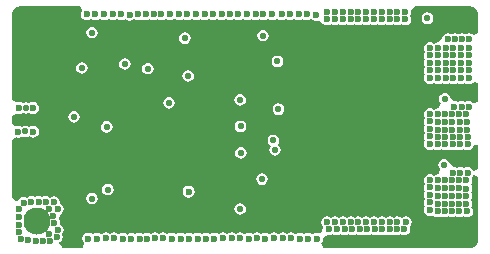
<source format=gbr>
%TF.GenerationSoftware,Altium Limited,Altium Designer,20.2.3 (150)*%
G04 Layer_Physical_Order=2*
G04 Layer_Color=36540*
%FSLAX26Y26*%
%MOIN*%
%TF.SameCoordinates,27716F98-0B22-40FE-96F5-AA6DB086EB47*%
%TF.FilePolarity,Positive*%
%TF.FileFunction,Copper,L2,Inr,Signal*%
%TF.Part,Single*%
G01*
G75*
%TA.AperFunction,ViaPad*%
%ADD37C,0.023622*%
%ADD38C,0.022000*%
%ADD39C,0.090551*%
G36*
X3458099Y2156698D02*
X3463151Y2154606D01*
X3467700Y2151566D01*
X3471566Y2147700D01*
X3474606Y2143151D01*
X3476698Y2138099D01*
X3477765Y2132735D01*
Y2067911D01*
X3464899Y2063234D01*
X3461765Y2062629D01*
X3455730Y2066662D01*
X3448000Y2068199D01*
X3440270Y2066662D01*
X3436000Y2063808D01*
X3431730Y2066662D01*
X3424000Y2068199D01*
X3416270Y2066662D01*
X3412000Y2063808D01*
X3407730Y2066662D01*
X3400000Y2068199D01*
X3392270Y2066662D01*
X3388000Y2063808D01*
X3383730Y2066662D01*
X3376000Y2068199D01*
X3368270Y2066662D01*
X3361717Y2062283D01*
X3357338Y2055730D01*
X3356360Y2050812D01*
X3355305Y2047589D01*
X3344592Y2038691D01*
X3342547Y2037910D01*
X3336270Y2036661D01*
X3332265Y2033986D01*
X3330425Y2033283D01*
X3323872Y2037661D01*
X3316142Y2039199D01*
X3308412Y2037661D01*
X3301859Y2033283D01*
X3297480Y2026730D01*
X3295943Y2019000D01*
X3297480Y2011270D01*
X3300597Y2006606D01*
X3297338Y2001730D01*
X3295801Y1994000D01*
X3297338Y1986270D01*
X3300597Y1981394D01*
X3297480Y1976730D01*
X3295943Y1969000D01*
X3297480Y1961270D01*
X3300597Y1956606D01*
X3297338Y1951730D01*
X3295801Y1944000D01*
X3297338Y1936270D01*
X3300597Y1931394D01*
X3297480Y1926730D01*
X3295943Y1919000D01*
X3297480Y1911270D01*
X3301859Y1904717D01*
X3308412Y1900339D01*
X3316142Y1898801D01*
X3323872Y1900339D01*
X3329474Y1904082D01*
X3329717Y1903717D01*
X3336270Y1899339D01*
X3344000Y1897801D01*
X3351730Y1899339D01*
X3357000Y1902860D01*
X3362270Y1899339D01*
X3370000Y1897801D01*
X3377730Y1899339D01*
X3382000Y1902192D01*
X3386270Y1899339D01*
X3394000Y1897801D01*
X3401730Y1899339D01*
X3407000Y1902860D01*
X3412270Y1899339D01*
X3420000Y1897801D01*
X3427730Y1899339D01*
X3433000Y1902860D01*
X3438270Y1899339D01*
X3446000Y1897801D01*
X3453730Y1899339D01*
X3460283Y1903717D01*
X3461765Y1905936D01*
X3477765Y1901082D01*
Y1838918D01*
X3461765Y1834064D01*
X3460283Y1836283D01*
X3453730Y1840661D01*
X3446000Y1842199D01*
X3438270Y1840661D01*
X3434000Y1837808D01*
X3429730Y1840661D01*
X3422000Y1842199D01*
X3414270Y1840661D01*
X3410000Y1837808D01*
X3405730Y1840661D01*
X3400053Y1841791D01*
X3398000Y1842199D01*
X3384471Y1854555D01*
X3384462Y1854578D01*
X3383898Y1857413D01*
X3379698Y1863698D01*
X3373413Y1867898D01*
X3366000Y1869372D01*
X3358587Y1867898D01*
X3352302Y1863698D01*
X3348102Y1857413D01*
X3346628Y1850000D01*
X3348102Y1842587D01*
X3352302Y1836302D01*
X3351592Y1832323D01*
X3347403Y1820332D01*
X3342000Y1818199D01*
X3334270Y1816661D01*
X3329819Y1813688D01*
X3323872Y1817661D01*
X3316142Y1819199D01*
X3308412Y1817661D01*
X3301859Y1813283D01*
X3297480Y1806730D01*
X3295943Y1799000D01*
X3297480Y1791270D01*
X3300597Y1786606D01*
X3297338Y1781730D01*
X3295801Y1774000D01*
X3297338Y1766270D01*
X3300597Y1761394D01*
X3297480Y1756730D01*
X3295943Y1749000D01*
X3297480Y1741270D01*
X3300597Y1736606D01*
X3297338Y1731730D01*
X3295801Y1724000D01*
X3297338Y1716270D01*
X3300597Y1711394D01*
X3297480Y1706730D01*
X3295943Y1699000D01*
X3297480Y1691270D01*
X3301859Y1684717D01*
X3308412Y1680339D01*
X3316142Y1678801D01*
X3323872Y1680339D01*
X3328323Y1683312D01*
X3334270Y1679339D01*
X3342000Y1677801D01*
X3349730Y1679339D01*
X3355000Y1682860D01*
X3360270Y1679339D01*
X3368000Y1677801D01*
X3375730Y1679339D01*
X3380000Y1682192D01*
X3384270Y1679339D01*
X3392000Y1677801D01*
X3399730Y1679339D01*
X3404000Y1682192D01*
X3408270Y1679339D01*
X3416000Y1677801D01*
X3423730Y1679339D01*
X3429000Y1682860D01*
X3434270Y1679339D01*
X3442000Y1677801D01*
X3449730Y1679339D01*
X3456283Y1683717D01*
X3460662Y1690270D01*
X3461765Y1695820D01*
X3477765Y1694244D01*
Y1614181D01*
X3461765Y1608594D01*
X3460662Y1609730D01*
X3458646Y1612747D01*
X3456283Y1616283D01*
X3449730Y1620661D01*
X3442000Y1622199D01*
X3434270Y1620661D01*
X3430000Y1617808D01*
X3425730Y1620661D01*
X3418000Y1622199D01*
X3410270Y1620661D01*
X3406000Y1617808D01*
X3401730Y1620661D01*
X3396413Y1621719D01*
X3392155Y1624186D01*
X3381733Y1635408D01*
X3381424Y1636963D01*
X3377225Y1643247D01*
X3370940Y1647447D01*
X3363526Y1648921D01*
X3356113Y1647447D01*
X3349828Y1643247D01*
X3345629Y1636963D01*
X3344154Y1629549D01*
X3345629Y1622136D01*
X3349828Y1615851D01*
X3345083Y1599779D01*
X3344690Y1599368D01*
X3342000Y1598199D01*
X3334270Y1596661D01*
X3329819Y1593688D01*
X3323872Y1597661D01*
X3316142Y1599199D01*
X3308412Y1597661D01*
X3301859Y1593283D01*
X3297480Y1586730D01*
X3295943Y1579000D01*
X3297480Y1571270D01*
X3300597Y1566606D01*
X3297338Y1561730D01*
X3295801Y1554000D01*
X3297338Y1546270D01*
X3300597Y1541394D01*
X3297480Y1536730D01*
X3295943Y1529000D01*
X3297480Y1521270D01*
X3300597Y1516606D01*
X3297338Y1511730D01*
X3295801Y1504000D01*
X3297338Y1496270D01*
X3300597Y1491394D01*
X3297480Y1486730D01*
X3295943Y1479000D01*
X3297480Y1471270D01*
X3301859Y1464717D01*
X3308412Y1460339D01*
X3316142Y1458801D01*
X3323872Y1460339D01*
X3326243Y1461923D01*
X3327717Y1459717D01*
X3334270Y1455339D01*
X3342000Y1453801D01*
X3349730Y1455339D01*
X3354000Y1458192D01*
X3358270Y1455339D01*
X3366000Y1453801D01*
X3373730Y1455339D01*
X3378000Y1458192D01*
X3382270Y1455339D01*
X3390000Y1453801D01*
X3397730Y1455339D01*
X3402000Y1458192D01*
X3406270Y1455339D01*
X3414000Y1453801D01*
X3421730Y1455339D01*
X3427000Y1458860D01*
X3432270Y1455339D01*
X3440000Y1453801D01*
X3447730Y1455339D01*
X3454283Y1459717D01*
X3458662Y1466270D01*
X3460199Y1474000D01*
X3458662Y1481730D01*
X3454283Y1488283D01*
X3454086Y1488415D01*
X3456662Y1492270D01*
X3458199Y1500000D01*
X3456662Y1507730D01*
X3453140Y1513000D01*
X3456662Y1518270D01*
X3458199Y1526000D01*
X3456662Y1533730D01*
X3453808Y1538000D01*
X3456662Y1542270D01*
X3458199Y1550000D01*
X3456662Y1557730D01*
X3452472Y1564000D01*
X3456662Y1570270D01*
X3458199Y1578000D01*
X3456662Y1585730D01*
X3456603Y1585818D01*
X3459315Y1591050D01*
X3461352Y1594980D01*
X3461790Y1595397D01*
X3477765Y1589819D01*
Y1377265D01*
X3476698Y1371901D01*
X3474606Y1366848D01*
X3471566Y1362300D01*
X3467700Y1358433D01*
X3463151Y1355394D01*
X3458099Y1353302D01*
X3452735Y1352235D01*
X3450000D01*
X2959911D01*
X2955234Y1365101D01*
X2954629Y1368235D01*
X2958662Y1374270D01*
X2960199Y1382000D01*
X2959703Y1384492D01*
X2969984Y1393365D01*
X2972757Y1395242D01*
X2980000Y1393801D01*
X2987730Y1395339D01*
X2993000Y1398860D01*
X2998270Y1395339D01*
X3006000Y1393801D01*
X3013730Y1395339D01*
X3019000Y1398860D01*
X3024270Y1395339D01*
X3032000Y1393801D01*
X3039730Y1395339D01*
X3045000Y1398860D01*
X3050270Y1395339D01*
X3058000Y1393801D01*
X3065730Y1395339D01*
X3071000Y1398860D01*
X3076270Y1395339D01*
X3084000Y1393801D01*
X3091730Y1395339D01*
X3096000Y1398192D01*
X3100270Y1395339D01*
X3108000Y1393801D01*
X3115730Y1395339D01*
X3121000Y1398860D01*
X3126270Y1395339D01*
X3134000Y1393801D01*
X3141730Y1395339D01*
X3146000Y1398192D01*
X3150270Y1395339D01*
X3158000Y1393801D01*
X3165730Y1395339D01*
X3170000Y1398192D01*
X3174270Y1395339D01*
X3182000Y1393801D01*
X3189730Y1395339D01*
X3194000Y1398192D01*
X3198270Y1395339D01*
X3206000Y1393801D01*
X3213730Y1395339D01*
X3218000Y1398192D01*
X3222270Y1395339D01*
X3230000Y1393801D01*
X3237730Y1395339D01*
X3244283Y1399717D01*
X3248662Y1406270D01*
X3250199Y1414000D01*
X3248662Y1421730D01*
X3248244Y1422355D01*
X3250283Y1423717D01*
X3254662Y1430270D01*
X3256199Y1438000D01*
X3254662Y1445730D01*
X3250283Y1452283D01*
X3243730Y1456661D01*
X3236000Y1458199D01*
X3228270Y1456661D01*
X3222000Y1452472D01*
X3215730Y1456661D01*
X3208000Y1458199D01*
X3200270Y1456661D01*
X3195000Y1453140D01*
X3189730Y1456661D01*
X3182000Y1458199D01*
X3174270Y1456661D01*
X3169000Y1453140D01*
X3163730Y1456661D01*
X3156000Y1458199D01*
X3148270Y1456661D01*
X3143000Y1453140D01*
X3137730Y1456661D01*
X3130000Y1458199D01*
X3122270Y1456661D01*
X3117000Y1453140D01*
X3111730Y1456661D01*
X3104000Y1458199D01*
X3096270Y1456661D01*
X3091000Y1453140D01*
X3085730Y1456661D01*
X3078000Y1458199D01*
X3070270Y1456661D01*
X3065000Y1453140D01*
X3059730Y1456661D01*
X3052000Y1458199D01*
X3044270Y1456661D01*
X3039000Y1453140D01*
X3033730Y1456661D01*
X3026000Y1458199D01*
X3018270Y1456661D01*
X3013000Y1453140D01*
X3007730Y1456661D01*
X3000000Y1458199D01*
X2992270Y1456661D01*
X2987000Y1453140D01*
X2981730Y1456661D01*
X2974000Y1458199D01*
X2966270Y1456661D01*
X2959717Y1452283D01*
X2955338Y1445730D01*
X2953801Y1438000D01*
X2955338Y1430270D01*
X2959717Y1423717D01*
X2956592Y1408310D01*
X2950016Y1402635D01*
X2947243Y1400758D01*
X2940000Y1402199D01*
X2932270Y1400661D01*
X2924283Y1397283D01*
X2917730Y1401661D01*
X2910000Y1403199D01*
X2902270Y1401661D01*
X2897000Y1398140D01*
X2891730Y1401661D01*
X2884000Y1403199D01*
X2876270Y1401661D01*
X2868283Y1398283D01*
X2861730Y1402661D01*
X2854000Y1404199D01*
X2846270Y1402661D01*
X2840500Y1398806D01*
X2834730Y1402661D01*
X2827000Y1404199D01*
X2819270Y1402661D01*
X2811500Y1398876D01*
X2803730Y1402661D01*
X2796000Y1404199D01*
X2788270Y1402661D01*
X2781717Y1398283D01*
X2774373Y1402104D01*
X2766643Y1403642D01*
X2758914Y1402104D01*
X2753739Y1398647D01*
X2747730Y1402661D01*
X2740000Y1404199D01*
X2732270Y1402661D01*
X2726203Y1398608D01*
X2720997Y1402086D01*
X2713267Y1403624D01*
X2705537Y1402086D01*
X2697840Y1398375D01*
X2690764Y1402501D01*
X2683034Y1404039D01*
X2675304Y1402501D01*
X2669137Y1398380D01*
X2662730Y1402661D01*
X2655000Y1404199D01*
X2647270Y1402661D01*
X2641139Y1398565D01*
X2635231Y1402512D01*
X2627501Y1404050D01*
X2619771Y1402512D01*
X2612257Y1397518D01*
X2605704Y1401897D01*
X2597974Y1403435D01*
X2590244Y1401897D01*
X2584311Y1397932D01*
X2578730Y1401661D01*
X2571000Y1403199D01*
X2563270Y1401661D01*
X2556717Y1397283D01*
X2556596Y1397102D01*
X2550341Y1401282D01*
X2542611Y1402820D01*
X2534881Y1401282D01*
X2527521Y1397409D01*
X2520730Y1401662D01*
X2513000Y1403199D01*
X2505270Y1401661D01*
X2499500Y1397806D01*
X2493730Y1401661D01*
X2486000Y1403199D01*
X2478270Y1401661D01*
X2470500Y1397876D01*
X2462730Y1401661D01*
X2455000Y1403199D01*
X2447270Y1401661D01*
X2440879Y1397391D01*
X2440283Y1398283D01*
X2433730Y1402661D01*
X2426000Y1404199D01*
X2418270Y1402661D01*
X2413000Y1399140D01*
X2407730Y1402661D01*
X2400000Y1404199D01*
X2392270Y1402661D01*
X2386474Y1398788D01*
X2381800Y1401911D01*
X2374070Y1403448D01*
X2366340Y1401911D01*
X2361349Y1398575D01*
X2356730Y1401661D01*
X2349000Y1403199D01*
X2341270Y1401661D01*
X2334717Y1397283D01*
X2334411Y1396825D01*
X2328509Y1400769D01*
X2320779Y1402307D01*
X2313049Y1400769D01*
X2307452Y1397029D01*
X2307283Y1397283D01*
X2300730Y1401661D01*
X2293000Y1403199D01*
X2285270Y1401661D01*
X2278879Y1397391D01*
X2278283Y1398283D01*
X2271730Y1402661D01*
X2264000Y1404199D01*
X2256270Y1402661D01*
X2250000Y1398472D01*
X2243730Y1402661D01*
X2236000Y1404199D01*
X2228270Y1402661D01*
X2221717Y1398283D01*
X2213730Y1401661D01*
X2206000Y1403199D01*
X2198270Y1401661D01*
X2192000Y1397472D01*
X2185730Y1401661D01*
X2178000Y1403199D01*
X2170270Y1401661D01*
X2163717Y1397283D01*
X2159338Y1390730D01*
X2157801Y1383000D01*
X2159338Y1375270D01*
X2163717Y1368717D01*
X2164439Y1368235D01*
X2159585Y1352235D01*
X2094211D01*
X2090409Y1354089D01*
X2080871Y1368235D01*
X2081402Y1370456D01*
X2086283Y1373717D01*
X2090662Y1380270D01*
X2092199Y1388000D01*
X2090662Y1395730D01*
X2089627Y1397279D01*
X2090283Y1397717D01*
X2094662Y1404270D01*
X2096199Y1412000D01*
X2094662Y1419730D01*
X2090283Y1426283D01*
X2083730Y1430661D01*
X2083160Y1430775D01*
X2084199Y1436000D01*
X2082662Y1443730D01*
X2080239Y1447356D01*
X2082959Y1459809D01*
X2085161Y1464294D01*
X2090283Y1467717D01*
X2094662Y1474270D01*
X2096199Y1482000D01*
X2094662Y1489730D01*
X2090283Y1496283D01*
X2083730Y1500661D01*
X2081619Y1501082D01*
X2082199Y1504000D01*
X2080662Y1511730D01*
X2076283Y1518283D01*
X2069730Y1522661D01*
X2062000Y1524199D01*
X2054270Y1522661D01*
X2050415Y1520085D01*
X2050283Y1520283D01*
X2043730Y1524661D01*
X2036000Y1526199D01*
X2028270Y1524661D01*
X2024000Y1521808D01*
X2019730Y1524661D01*
X2012000Y1526199D01*
X2004270Y1524661D01*
X2000000Y1521808D01*
X1995730Y1524661D01*
X1988000Y1526199D01*
X1980270Y1524661D01*
X1973717Y1520283D01*
X1972661Y1518703D01*
X1969730Y1520661D01*
X1962000Y1522199D01*
X1954270Y1520661D01*
X1947717Y1516283D01*
X1943339Y1509730D01*
X1938235Y1508033D01*
X1922235Y1519575D01*
Y1711474D01*
X1933825Y1719620D01*
X1938235Y1720948D01*
X1944000Y1719801D01*
X1951730Y1721339D01*
X1957478Y1725179D01*
X1960587Y1723102D01*
X1968000Y1721628D01*
X1975413Y1723102D01*
X1979022Y1725514D01*
X1985270Y1721339D01*
X1993000Y1719801D01*
X2000730Y1721339D01*
X2007283Y1725717D01*
X2011661Y1732270D01*
X2013199Y1740000D01*
X2011661Y1747730D01*
X2007283Y1754283D01*
X2000730Y1758661D01*
X1993000Y1760199D01*
X1985270Y1758661D01*
X1980518Y1755486D01*
X1975413Y1758898D01*
X1968000Y1760372D01*
X1960587Y1758898D01*
X1955982Y1755821D01*
X1951730Y1758661D01*
X1944000Y1760199D01*
X1938235Y1759052D01*
X1933825Y1760380D01*
X1922235Y1768526D01*
Y1792302D01*
X1938235Y1800362D01*
X1938270Y1800339D01*
X1946000Y1798801D01*
X1953730Y1800339D01*
X1958618Y1803605D01*
X1962450Y1801044D01*
X1969864Y1799570D01*
X1977277Y1801044D01*
X1981245Y1803696D01*
X1986270Y1800339D01*
X1994000Y1798801D01*
X2001730Y1800339D01*
X2008283Y1804717D01*
X2012661Y1811270D01*
X2014199Y1819000D01*
X2012661Y1826730D01*
X2008283Y1833283D01*
X2001730Y1837661D01*
X1994000Y1839199D01*
X1986270Y1837661D01*
X1981159Y1834246D01*
X1977277Y1836840D01*
X1969864Y1838314D01*
X1962450Y1836840D01*
X1958705Y1834337D01*
X1953730Y1837661D01*
X1946000Y1839199D01*
X1938270Y1837661D01*
X1938235Y1837638D01*
X1922235Y1845698D01*
Y2130000D01*
Y2132735D01*
X1923302Y2138099D01*
X1925394Y2143151D01*
X1928433Y2147700D01*
X1932300Y2151566D01*
X1936848Y2154606D01*
X1941901Y2156698D01*
X1947265Y2157765D01*
X1950000Y2157765D01*
X2149279D01*
X2152084Y2154056D01*
X2156367Y2141765D01*
X2154338Y2138730D01*
X2152801Y2131000D01*
X2154338Y2123270D01*
X2158717Y2116717D01*
X2165270Y2112338D01*
X2173000Y2110801D01*
X2180730Y2112338D01*
X2187000Y2116528D01*
X2193270Y2112338D01*
X2201000Y2110801D01*
X2208730Y2112338D01*
X2215283Y2116717D01*
X2223270Y2113338D01*
X2231000Y2111801D01*
X2238730Y2113338D01*
X2245000Y2117528D01*
X2251270Y2113338D01*
X2259000Y2111801D01*
X2266730Y2113338D01*
X2273121Y2117609D01*
X2273717Y2116717D01*
X2280270Y2112338D01*
X2288000Y2110801D01*
X2295730Y2112338D01*
X2301327Y2116078D01*
X2301496Y2115825D01*
X2308049Y2111446D01*
X2315779Y2109909D01*
X2323509Y2111446D01*
X2330062Y2115825D01*
X2330368Y2116282D01*
X2336270Y2112338D01*
X2344000Y2110801D01*
X2351730Y2112338D01*
X2356722Y2115674D01*
X2361340Y2112588D01*
X2369070Y2111050D01*
X2376800Y2112588D01*
X2382597Y2116461D01*
X2387270Y2113338D01*
X2395000Y2111801D01*
X2402730Y2113338D01*
X2408000Y2116860D01*
X2413270Y2113338D01*
X2421000Y2111801D01*
X2428730Y2113338D01*
X2435121Y2117609D01*
X2435717Y2116717D01*
X2442270Y2112338D01*
X2450000Y2110801D01*
X2457730Y2112338D01*
X2464283Y2116717D01*
X2466717D01*
X2473270Y2112338D01*
X2481000Y2110801D01*
X2488730Y2112338D01*
X2494500Y2116194D01*
X2500270Y2112338D01*
X2508000Y2110801D01*
X2515730Y2112338D01*
X2523090Y2116212D01*
X2529881Y2111959D01*
X2537611Y2110421D01*
X2545341Y2111959D01*
X2551894Y2116338D01*
X2552015Y2116518D01*
X2558270Y2112338D01*
X2566000Y2110801D01*
X2573730Y2112338D01*
X2579664Y2116303D01*
X2585244Y2112574D01*
X2592974Y2111037D01*
X2600704Y2112574D01*
X2608219Y2117568D01*
X2614771Y2113189D01*
X2622501Y2111652D01*
X2630231Y2113189D01*
X2636362Y2117286D01*
X2642270Y2113338D01*
X2650000Y2111801D01*
X2657730Y2113338D01*
X2663897Y2117459D01*
X2670304Y2113178D01*
X2678034Y2111641D01*
X2685764Y2113178D01*
X2693461Y2116890D01*
X2700537Y2112763D01*
X2708267Y2111226D01*
X2715997Y2112763D01*
X2722064Y2116817D01*
X2727270Y2113338D01*
X2735000Y2111801D01*
X2742730Y2113338D01*
X2747905Y2116796D01*
X2753914Y2112781D01*
X2761643Y2111244D01*
X2769373Y2112781D01*
X2775926Y2117160D01*
X2783270Y2113338D01*
X2791000Y2111801D01*
X2798730Y2113338D01*
X2806500Y2117124D01*
X2814270Y2113338D01*
X2822000Y2111801D01*
X2829730Y2113338D01*
X2835500Y2117194D01*
X2841270Y2113338D01*
X2849000Y2111801D01*
X2856730Y2113338D01*
X2864717Y2116717D01*
X2871270Y2112338D01*
X2879000Y2110801D01*
X2886730Y2112338D01*
X2892000Y2115860D01*
X2897270Y2112338D01*
X2905000Y2110801D01*
X2912730Y2112338D01*
X2920717Y2115717D01*
X2927270Y2111338D01*
X2934999Y2109801D01*
X2948652Y2108051D01*
X2959717Y2099717D01*
X2966270Y2095338D01*
X2974000Y2093801D01*
X2981730Y2095338D01*
X2987000Y2098860D01*
X2992270Y2095338D01*
X3000000Y2093801D01*
X3007730Y2095338D01*
X3013000Y2098860D01*
X3018270Y2095338D01*
X3026000Y2093801D01*
X3033730Y2095338D01*
X3039000Y2098860D01*
X3044270Y2095338D01*
X3052000Y2093801D01*
X3059730Y2095338D01*
X3065000Y2098860D01*
X3070270Y2095338D01*
X3078000Y2093801D01*
X3085730Y2095338D01*
X3091000Y2098860D01*
X3096270Y2095338D01*
X3104000Y2093801D01*
X3111730Y2095338D01*
X3117000Y2098860D01*
X3122270Y2095338D01*
X3130000Y2093801D01*
X3137730Y2095338D01*
X3143000Y2098860D01*
X3148270Y2095338D01*
X3156000Y2093801D01*
X3163730Y2095338D01*
X3169000Y2098860D01*
X3174270Y2095338D01*
X3182000Y2093801D01*
X3189730Y2095338D01*
X3195000Y2098860D01*
X3200270Y2095338D01*
X3208000Y2093801D01*
X3215730Y2095338D01*
X3221000Y2098860D01*
X3226270Y2095338D01*
X3234000Y2093801D01*
X3241730Y2095338D01*
X3248283Y2099717D01*
X3252662Y2106270D01*
X3254199Y2114000D01*
X3252662Y2121730D01*
X3249140Y2127000D01*
X3252662Y2132270D01*
X3254199Y2140000D01*
X3253848Y2141765D01*
X3262301Y2155446D01*
X3265199Y2157765D01*
X3452735D01*
X3458099Y2156698D01*
D02*
G37*
%LPC*%
G36*
X3308268Y2137104D02*
X3300854Y2135630D01*
X3294570Y2131430D01*
X3290370Y2125146D01*
X3288896Y2117732D01*
X3290370Y2110319D01*
X3294570Y2104034D01*
X3300854Y2099835D01*
X3308268Y2098360D01*
X3315681Y2099835D01*
X3321966Y2104034D01*
X3326165Y2110319D01*
X3327640Y2117732D01*
X3326165Y2125146D01*
X3321966Y2131430D01*
X3315681Y2135630D01*
X3308268Y2137104D01*
D02*
G37*
G36*
X2190000Y2089372D02*
X2182587Y2087898D01*
X2176302Y2083698D01*
X2172102Y2077413D01*
X2170628Y2070000D01*
X2172102Y2062587D01*
X2176302Y2056302D01*
X2182587Y2052102D01*
X2190000Y2050628D01*
X2197413Y2052102D01*
X2203698Y2056302D01*
X2207898Y2062587D01*
X2209372Y2070000D01*
X2207898Y2077413D01*
X2203698Y2083698D01*
X2197413Y2087898D01*
X2190000Y2089372D01*
D02*
G37*
G36*
X2760000Y2079372D02*
X2752587Y2077898D01*
X2746302Y2073698D01*
X2742102Y2067413D01*
X2740628Y2060000D01*
X2742102Y2052587D01*
X2746302Y2046302D01*
X2752587Y2042102D01*
X2760000Y2040628D01*
X2767413Y2042102D01*
X2773698Y2046302D01*
X2777898Y2052587D01*
X2779372Y2060000D01*
X2777898Y2067413D01*
X2773698Y2073698D01*
X2767413Y2077898D01*
X2760000Y2079372D01*
D02*
G37*
G36*
X2499218Y2070590D02*
X2491804Y2069115D01*
X2485520Y2064916D01*
X2481320Y2058631D01*
X2479846Y2051218D01*
X2481320Y2043804D01*
X2485520Y2037520D01*
X2491804Y2033320D01*
X2499218Y2031846D01*
X2506631Y2033320D01*
X2512916Y2037520D01*
X2517115Y2043804D01*
X2518590Y2051218D01*
X2517115Y2058631D01*
X2512916Y2064916D01*
X2506631Y2069115D01*
X2499218Y2070590D01*
D02*
G37*
G36*
X2808000Y1993372D02*
X2800587Y1991898D01*
X2794302Y1987698D01*
X2790102Y1981413D01*
X2788628Y1974000D01*
X2790102Y1966587D01*
X2794302Y1960302D01*
X2800587Y1956102D01*
X2808000Y1954628D01*
X2815413Y1956102D01*
X2821698Y1960302D01*
X2825898Y1966587D01*
X2827372Y1974000D01*
X2825898Y1981413D01*
X2821698Y1987698D01*
X2815413Y1991898D01*
X2808000Y1993372D01*
D02*
G37*
G36*
X2299103Y1985106D02*
X2291689Y1983632D01*
X2285405Y1979432D01*
X2281205Y1973147D01*
X2279731Y1965734D01*
X2281205Y1958321D01*
X2285405Y1952036D01*
X2291689Y1947836D01*
X2299103Y1946362D01*
X2306516Y1947836D01*
X2312801Y1952036D01*
X2317000Y1958321D01*
X2318475Y1965734D01*
X2317000Y1973147D01*
X2312801Y1979432D01*
X2306516Y1983632D01*
X2299103Y1985106D01*
D02*
G37*
G36*
X2156000Y1971372D02*
X2148587Y1969898D01*
X2142302Y1965698D01*
X2138102Y1959413D01*
X2136628Y1952000D01*
X2138102Y1944587D01*
X2142302Y1938302D01*
X2148587Y1934102D01*
X2156000Y1932628D01*
X2163413Y1934102D01*
X2169698Y1938302D01*
X2173898Y1944587D01*
X2175372Y1952000D01*
X2173898Y1959413D01*
X2169698Y1965698D01*
X2163413Y1969898D01*
X2156000Y1971372D01*
D02*
G37*
G36*
X2376000Y1969372D02*
X2368587Y1967898D01*
X2362302Y1963698D01*
X2358102Y1957413D01*
X2356628Y1950000D01*
X2358102Y1942587D01*
X2362302Y1936302D01*
X2368587Y1932102D01*
X2376000Y1930628D01*
X2383413Y1932102D01*
X2389698Y1936302D01*
X2393898Y1942587D01*
X2395372Y1950000D01*
X2393898Y1957413D01*
X2389698Y1963698D01*
X2383413Y1967898D01*
X2376000Y1969372D01*
D02*
G37*
G36*
X2510603Y1944372D02*
X2503190Y1942898D01*
X2496905Y1938698D01*
X2492706Y1932413D01*
X2491231Y1925000D01*
X2492706Y1917587D01*
X2496905Y1911302D01*
X2503190Y1907102D01*
X2510603Y1905628D01*
X2518017Y1907102D01*
X2524301Y1911302D01*
X2528501Y1917587D01*
X2529975Y1925000D01*
X2528501Y1932413D01*
X2524301Y1938698D01*
X2518017Y1942898D01*
X2510603Y1944372D01*
D02*
G37*
G36*
X2684000Y1865372D02*
X2676587Y1863898D01*
X2670302Y1859698D01*
X2666102Y1853413D01*
X2664628Y1846000D01*
X2666102Y1838587D01*
X2670302Y1832302D01*
X2676587Y1828102D01*
X2684000Y1826628D01*
X2691413Y1828102D01*
X2697698Y1832302D01*
X2701898Y1838587D01*
X2703372Y1846000D01*
X2701898Y1853413D01*
X2697698Y1859698D01*
X2691413Y1863898D01*
X2684000Y1865372D01*
D02*
G37*
G36*
X2447000Y1855372D02*
X2439587Y1853898D01*
X2433302Y1849698D01*
X2429102Y1843413D01*
X2427628Y1836000D01*
X2429102Y1828587D01*
X2433302Y1822302D01*
X2439587Y1818102D01*
X2447000Y1816628D01*
X2454413Y1818102D01*
X2460698Y1822302D01*
X2464898Y1828587D01*
X2466372Y1836000D01*
X2464898Y1843413D01*
X2460698Y1849698D01*
X2454413Y1853898D01*
X2447000Y1855372D01*
D02*
G37*
G36*
X2811627Y1834188D02*
X2804214Y1832713D01*
X2797929Y1828514D01*
X2793730Y1822229D01*
X2792255Y1814815D01*
X2793730Y1807402D01*
X2797929Y1801117D01*
X2804214Y1796918D01*
X2811627Y1795443D01*
X2819041Y1796918D01*
X2825326Y1801117D01*
X2829525Y1807402D01*
X2831000Y1814815D01*
X2829525Y1822229D01*
X2825326Y1828514D01*
X2819041Y1832713D01*
X2811627Y1834188D01*
D02*
G37*
G36*
X2129915Y1808677D02*
X2122501Y1807202D01*
X2116216Y1803003D01*
X2112017Y1796718D01*
X2110542Y1789305D01*
X2112017Y1781891D01*
X2116216Y1775607D01*
X2122501Y1771407D01*
X2129915Y1769933D01*
X2137328Y1771407D01*
X2143613Y1775607D01*
X2147812Y1781891D01*
X2149287Y1789305D01*
X2147812Y1796718D01*
X2143613Y1803003D01*
X2137328Y1807202D01*
X2129915Y1808677D01*
D02*
G37*
G36*
X2685065Y1776678D02*
X2677651Y1775203D01*
X2671367Y1771004D01*
X2667167Y1764719D01*
X2665693Y1757306D01*
X2667167Y1749892D01*
X2671367Y1743608D01*
X2677651Y1739408D01*
X2685065Y1737934D01*
X2692478Y1739408D01*
X2698763Y1743608D01*
X2702962Y1749892D01*
X2704437Y1757306D01*
X2702962Y1764719D01*
X2698763Y1771004D01*
X2692478Y1775203D01*
X2685065Y1776678D01*
D02*
G37*
G36*
X2239000Y1775372D02*
X2231587Y1773898D01*
X2225302Y1769698D01*
X2221102Y1763413D01*
X2219628Y1756000D01*
X2221102Y1748587D01*
X2225302Y1742302D01*
X2231587Y1738102D01*
X2239000Y1736628D01*
X2246413Y1738102D01*
X2252698Y1742302D01*
X2256898Y1748587D01*
X2258372Y1756000D01*
X2256898Y1763413D01*
X2252698Y1769698D01*
X2246413Y1773898D01*
X2239000Y1775372D01*
D02*
G37*
G36*
X2794441Y1730054D02*
X2787028Y1728580D01*
X2780743Y1724380D01*
X2776544Y1718096D01*
X2775069Y1710682D01*
X2776544Y1703269D01*
X2780743Y1696984D01*
X2786037Y1693447D01*
Y1692575D01*
X2781837Y1686291D01*
X2780363Y1678877D01*
X2781837Y1671464D01*
X2786037Y1665179D01*
X2792321Y1660980D01*
X2799735Y1659505D01*
X2807148Y1660980D01*
X2813433Y1665179D01*
X2817632Y1671464D01*
X2819107Y1678877D01*
X2817632Y1686291D01*
X2813433Y1692576D01*
X2808140Y1696112D01*
Y1696984D01*
X2812339Y1703269D01*
X2813814Y1710682D01*
X2812339Y1718096D01*
X2808140Y1724380D01*
X2801855Y1728580D01*
X2794441Y1730054D01*
D02*
G37*
G36*
X2685971Y1688845D02*
X2678557Y1687371D01*
X2672272Y1683171D01*
X2668073Y1676887D01*
X2666598Y1669473D01*
X2668073Y1662060D01*
X2672272Y1655775D01*
X2678557Y1651575D01*
X2685971Y1650101D01*
X2693384Y1651575D01*
X2699669Y1655775D01*
X2703868Y1662060D01*
X2705343Y1669473D01*
X2703868Y1676887D01*
X2699669Y1683171D01*
X2693384Y1687371D01*
X2685971Y1688845D01*
D02*
G37*
G36*
X2756443Y1600995D02*
X2749030Y1599521D01*
X2742745Y1595321D01*
X2738546Y1589037D01*
X2737071Y1581623D01*
X2738546Y1574210D01*
X2742745Y1567925D01*
X2749030Y1563726D01*
X2756443Y1562251D01*
X2763857Y1563726D01*
X2770141Y1567925D01*
X2774341Y1574210D01*
X2775815Y1581623D01*
X2774341Y1589037D01*
X2770141Y1595321D01*
X2763857Y1599521D01*
X2756443Y1600995D01*
D02*
G37*
G36*
X2242529Y1566134D02*
X2235115Y1564659D01*
X2228831Y1560460D01*
X2224631Y1554175D01*
X2223157Y1546761D01*
X2224631Y1539348D01*
X2228831Y1533063D01*
X2235115Y1528864D01*
X2242529Y1527389D01*
X2249942Y1528864D01*
X2256227Y1533063D01*
X2260426Y1539348D01*
X2261901Y1546761D01*
X2260426Y1554175D01*
X2256227Y1560460D01*
X2249942Y1564659D01*
X2242529Y1566134D01*
D02*
G37*
G36*
X2512000Y1560199D02*
X2504270Y1558661D01*
X2497717Y1554283D01*
X2493338Y1547730D01*
X2491801Y1540000D01*
X2493338Y1532270D01*
X2497717Y1525717D01*
X2504270Y1521339D01*
X2512000Y1519801D01*
X2519730Y1521339D01*
X2526283Y1525717D01*
X2530662Y1532270D01*
X2532199Y1540000D01*
X2530662Y1547730D01*
X2526283Y1554283D01*
X2519730Y1558661D01*
X2512000Y1560199D01*
D02*
G37*
G36*
X2190000Y1536372D02*
X2182587Y1534898D01*
X2176302Y1530698D01*
X2172102Y1524413D01*
X2170628Y1517000D01*
X2172102Y1509587D01*
X2176302Y1503302D01*
X2182587Y1499102D01*
X2190000Y1497628D01*
X2197413Y1499102D01*
X2203698Y1503302D01*
X2207898Y1509587D01*
X2209372Y1517000D01*
X2207898Y1524413D01*
X2203698Y1530698D01*
X2197413Y1534898D01*
X2190000Y1536372D01*
D02*
G37*
G36*
X2684000Y1501372D02*
X2676587Y1499898D01*
X2670302Y1495698D01*
X2666102Y1489413D01*
X2664628Y1482000D01*
X2666102Y1474587D01*
X2670302Y1468302D01*
X2676587Y1464102D01*
X2684000Y1462628D01*
X2691413Y1464102D01*
X2697698Y1468302D01*
X2701898Y1474587D01*
X2703372Y1482000D01*
X2701898Y1489413D01*
X2697698Y1495698D01*
X2691413Y1499898D01*
X2684000Y1501372D01*
D02*
G37*
%LPD*%
D37*
X2602000Y1484992D02*
D03*
X2240000Y1646000D02*
D03*
X2216000D02*
D03*
X2301000Y2023000D02*
D03*
X2275000Y2023508D02*
D03*
X2847779Y1856483D02*
D03*
X2178000Y1383000D02*
D03*
X2206000D02*
D03*
X2236000Y1384000D02*
D03*
X2264000D02*
D03*
X2293000Y1383000D02*
D03*
X2349000D02*
D03*
X2400000Y1384000D02*
D03*
X2426000D02*
D03*
X2455000Y1383000D02*
D03*
X2486000D02*
D03*
X2513000D02*
D03*
X2571000D02*
D03*
X2655000Y1384000D02*
D03*
X2740000D02*
D03*
X2796000D02*
D03*
X2827000D02*
D03*
X2854000D02*
D03*
X2884000Y1383000D02*
D03*
X2910000D02*
D03*
X2940000Y1382000D02*
D03*
X2320779Y1382108D02*
D03*
X2374070Y1383249D02*
D03*
X2627501Y1383851D02*
D03*
X2597974Y1383236D02*
D03*
X2542611Y1382620D02*
D03*
X2766643Y1383443D02*
D03*
X2713267Y1383425D02*
D03*
X2683034Y1383840D02*
D03*
X2678034Y2131840D02*
D03*
X2708267Y2131425D02*
D03*
X2761643Y2131443D02*
D03*
X2537611Y2130620D02*
D03*
X2592974Y2131236D02*
D03*
X2622501Y2131851D02*
D03*
X2369070Y2131249D02*
D03*
X2315779Y2130108D02*
D03*
X2935000Y2130000D02*
D03*
X2905000Y2131000D02*
D03*
X2879000D02*
D03*
X2849000Y2132000D02*
D03*
X2822000D02*
D03*
X2791000D02*
D03*
X2735000D02*
D03*
X2650000D02*
D03*
X2566000Y2131000D02*
D03*
X2508000D02*
D03*
X2481000D02*
D03*
X2450000D02*
D03*
X2421000Y2132000D02*
D03*
X2395000D02*
D03*
X2344000Y2131000D02*
D03*
X2288000D02*
D03*
X2259000Y2132000D02*
D03*
X2231000D02*
D03*
X2201000Y2131000D02*
D03*
X2173000D02*
D03*
X2904312Y1461599D02*
D03*
X2877649Y1462160D02*
D03*
X2905995Y1489103D02*
D03*
X2878211Y1489664D02*
D03*
X2906276Y1515765D02*
D03*
X2878772Y1516326D02*
D03*
X2901555Y1688395D02*
D03*
X2874709D02*
D03*
X2901001Y1716347D02*
D03*
X2874986Y1714963D02*
D03*
X2903547Y1742786D02*
D03*
X2875636D02*
D03*
X2903180Y1769963D02*
D03*
X2875636Y1771432D02*
D03*
X2903547Y1798976D02*
D03*
X2876370Y1799343D02*
D03*
X2903011Y1883677D02*
D03*
X2875090Y1884771D02*
D03*
X2904379Y1910776D02*
D03*
X2876185Y1915155D02*
D03*
X2902190Y1940612D02*
D03*
X2875364Y1941981D02*
D03*
X2901010Y1996258D02*
D03*
X2874679Y1994713D02*
D03*
X2902282Y1586805D02*
D03*
X2875413D02*
D03*
X1993000Y1740000D02*
D03*
X1944000D02*
D03*
X1994000Y1819000D02*
D03*
X1946000D02*
D03*
X2438000Y1755000D02*
D03*
X2411000Y1754000D02*
D03*
X2438000Y1783000D02*
D03*
X2409000D02*
D03*
X2060000Y2018000D02*
D03*
X1982000Y2020000D02*
D03*
X2072000Y2092000D02*
D03*
X2088000Y2072000D02*
D03*
Y2048000D02*
D03*
Y2024000D02*
D03*
X2080000Y2002000D02*
D03*
X2058000Y1994000D02*
D03*
X2034000D02*
D03*
X2010000D02*
D03*
X1986000D02*
D03*
X1964000Y2002000D02*
D03*
X1956000Y2026000D02*
D03*
Y2050000D02*
D03*
Y2074000D02*
D03*
X1980000Y2102000D02*
D03*
X1956000Y2098000D02*
D03*
X2082000Y2116000D02*
D03*
X2060000Y2126000D02*
D03*
X2036000D02*
D03*
X2012000D02*
D03*
X1990000D02*
D03*
X1966000Y2120000D02*
D03*
X2076000Y1482000D02*
D03*
X2046000D02*
D03*
X2060000Y1460000D02*
D03*
X2064000Y1436000D02*
D03*
X2046000Y1400000D02*
D03*
X2076000Y1412000D02*
D03*
X2072000Y1388000D02*
D03*
X2050000Y1374000D02*
D03*
X2026000D02*
D03*
X2002000D02*
D03*
X1978000Y1378000D02*
D03*
X1954000Y1382000D02*
D03*
X1946000Y1406000D02*
D03*
Y1430000D02*
D03*
Y1456000D02*
D03*
X1948000Y1482000D02*
D03*
X2062000Y1504000D02*
D03*
X2036000Y1506000D02*
D03*
X2012000D02*
D03*
X1988000D02*
D03*
X1962000Y1502000D02*
D03*
X2908000Y2022000D02*
D03*
X2884000Y2020000D02*
D03*
X2858000Y2016000D02*
D03*
X2848000Y1990000D02*
D03*
Y1910000D02*
D03*
Y1886000D02*
D03*
Y1714000D02*
D03*
Y1688000D02*
D03*
Y1588000D02*
D03*
X2852000Y1516000D02*
D03*
Y1490000D02*
D03*
Y1464000D02*
D03*
X3440000Y1474000D02*
D03*
X3414000D02*
D03*
X3390000D02*
D03*
X3366000D02*
D03*
X3342000D02*
D03*
X3438000Y1500000D02*
D03*
X3414000D02*
D03*
X3390000D02*
D03*
X3366000D02*
D03*
X3342000D02*
D03*
X3438000Y1526000D02*
D03*
X3414000D02*
D03*
X3390000D02*
D03*
X3366000D02*
D03*
X3342000D02*
D03*
X3438000Y1550000D02*
D03*
X3414000Y1552000D02*
D03*
X3390000D02*
D03*
X3366000D02*
D03*
X3342000D02*
D03*
X3442000Y1602000D02*
D03*
X3418000D02*
D03*
X3394000D02*
D03*
X3438000Y1578000D02*
D03*
X3414000D02*
D03*
X3390000D02*
D03*
X3366000D02*
D03*
X3342000D02*
D03*
X3316000Y1504000D02*
D03*
Y1554000D02*
D03*
X3442000Y1698000D02*
D03*
X3416000D02*
D03*
X3392000D02*
D03*
X3368000D02*
D03*
X3342000D02*
D03*
X3442000Y1722000D02*
D03*
X3416000D02*
D03*
X3392000D02*
D03*
X3368000D02*
D03*
X3342000D02*
D03*
X3440000Y1746000D02*
D03*
X3416000D02*
D03*
X3390000D02*
D03*
X3366000D02*
D03*
X3342000D02*
D03*
X3440000Y1772000D02*
D03*
X3416000D02*
D03*
X3390000D02*
D03*
X3366000D02*
D03*
X3342000D02*
D03*
X3446000Y1822000D02*
D03*
X3422000D02*
D03*
X3398000D02*
D03*
X3438000Y1798000D02*
D03*
X3414000D02*
D03*
X3390000D02*
D03*
X3366000D02*
D03*
X3342000D02*
D03*
X3316000Y1724000D02*
D03*
Y1774000D02*
D03*
X3446000Y1918000D02*
D03*
X3420000D02*
D03*
X3394000D02*
D03*
X3370000D02*
D03*
X3344000D02*
D03*
X3446000Y1944000D02*
D03*
X3420000D02*
D03*
X3394000D02*
D03*
X3370000D02*
D03*
X3344000D02*
D03*
X3446000Y1970000D02*
D03*
X3420000D02*
D03*
X3394000D02*
D03*
X3370000D02*
D03*
X3344000D02*
D03*
X3446000Y1994000D02*
D03*
X3420000D02*
D03*
X3394000D02*
D03*
X3370000D02*
D03*
X3344000D02*
D03*
X3316000Y1944000D02*
D03*
Y1994000D02*
D03*
X3446000Y2018000D02*
D03*
X3420000D02*
D03*
X3448000Y2048000D02*
D03*
X3424000D02*
D03*
X3400000D02*
D03*
X3376000D02*
D03*
X3394000Y2018000D02*
D03*
X3370000D02*
D03*
X3344000D02*
D03*
X3316142Y1969000D02*
D03*
X2512000Y1540000D02*
D03*
X3316142Y1479000D02*
D03*
Y1529000D02*
D03*
Y1579000D02*
D03*
Y1699000D02*
D03*
Y1749000D02*
D03*
Y1799000D02*
D03*
Y1919000D02*
D03*
Y2019000D02*
D03*
X3230000Y1414000D02*
D03*
X3206000D02*
D03*
X3182000D02*
D03*
X3158000D02*
D03*
X3134000D02*
D03*
X3108000D02*
D03*
X3084000D02*
D03*
X3058000D02*
D03*
X3032000D02*
D03*
X3006000D02*
D03*
X2980000D02*
D03*
X3236000Y1438000D02*
D03*
X3208000D02*
D03*
X3182000D02*
D03*
X3156000D02*
D03*
X3130000D02*
D03*
X3104000D02*
D03*
X3078000D02*
D03*
X3052000D02*
D03*
X3026000D02*
D03*
X3000000D02*
D03*
X2974000D02*
D03*
Y2140000D02*
D03*
X3000000D02*
D03*
X3026000D02*
D03*
X3052000D02*
D03*
X3078000D02*
D03*
X3104000D02*
D03*
X3130000D02*
D03*
X3156000D02*
D03*
X3182000D02*
D03*
X3208000D02*
D03*
X3234000D02*
D03*
Y2114000D02*
D03*
X3208000D02*
D03*
X3182000D02*
D03*
X3156000D02*
D03*
X3130000D02*
D03*
X3104000D02*
D03*
X3078000D02*
D03*
X3052000D02*
D03*
X3026000D02*
D03*
X3000000D02*
D03*
X2974000D02*
D03*
D38*
X2299103Y1965734D02*
D03*
X2190000Y2070000D02*
D03*
X2499218Y2051218D02*
D03*
X2794441Y1710682D02*
D03*
X2799735Y1678877D02*
D03*
X2811627Y1814815D02*
D03*
X2756443Y1581623D02*
D03*
X2760000Y2060000D02*
D03*
X2129915Y1789305D02*
D03*
X1969864Y1818942D02*
D03*
X2447000Y1836000D02*
D03*
X1968000Y1741000D02*
D03*
X2190000Y1517000D02*
D03*
X2510603Y1925000D02*
D03*
X2242529Y1546761D02*
D03*
X2376000Y1950000D02*
D03*
X2156000Y1952000D02*
D03*
X2808000Y1974000D02*
D03*
X3363526Y1629549D02*
D03*
X3366000Y1850000D02*
D03*
X3308268Y2117732D02*
D03*
X2684000Y1482000D02*
D03*
X2239000Y1756000D02*
D03*
X2685971Y1669473D02*
D03*
X2685065Y1757306D02*
D03*
X2684000Y1846000D02*
D03*
D39*
X2022386Y2061758D02*
D03*
X2006000Y1442000D02*
D03*
%TF.MD5,cf24d024b383f7b20ef032e2f43d73d8*%
M02*

</source>
